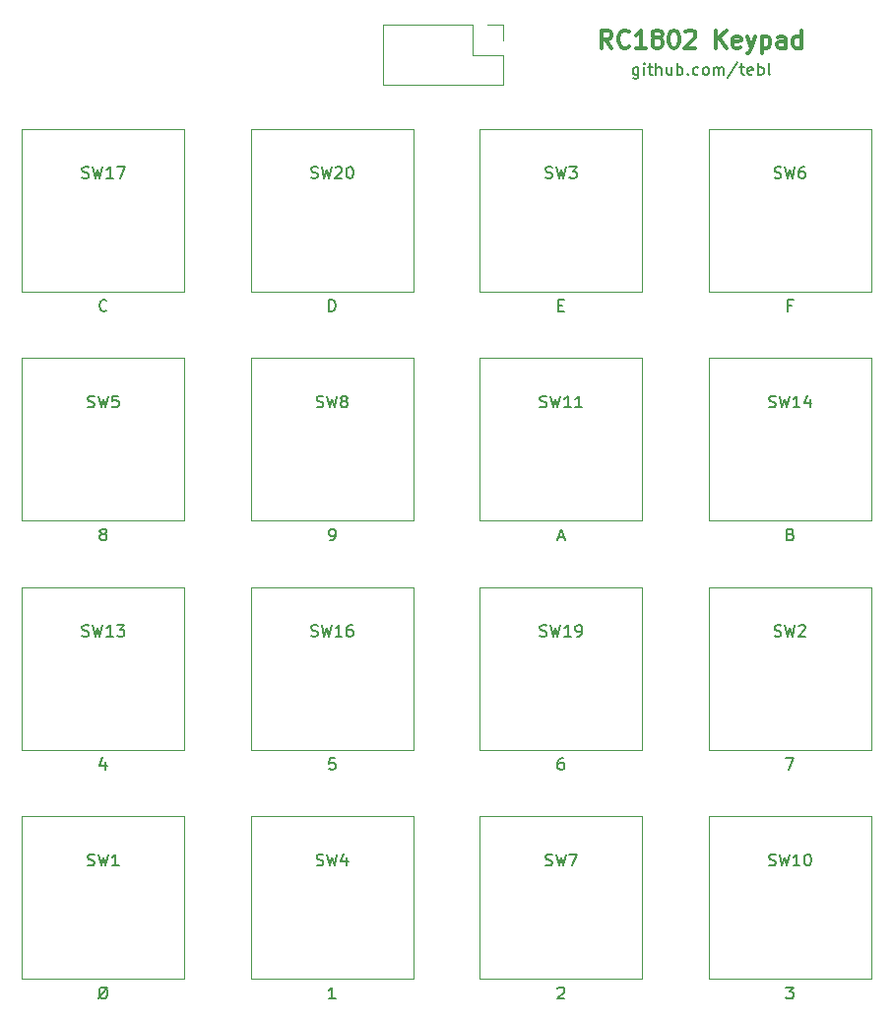
<source format=gto>
G04 #@! TF.FileFunction,Legend,Top*
%FSLAX46Y46*%
G04 Gerber Fmt 4.6, Leading zero omitted, Abs format (unit mm)*
G04 Created by KiCad (PCBNEW 4.0.7) date 08/25/19 17:49:11*
%MOMM*%
%LPD*%
G01*
G04 APERTURE LIST*
%ADD10C,0.100000*%
%ADD11C,0.150000*%
%ADD12C,0.300000*%
%ADD13C,0.120000*%
G04 APERTURE END LIST*
D10*
D11*
X137470238Y-60110714D02*
X137470238Y-60920238D01*
X137422619Y-61015476D01*
X137375000Y-61063095D01*
X137279761Y-61110714D01*
X137136904Y-61110714D01*
X137041666Y-61063095D01*
X137470238Y-60729762D02*
X137375000Y-60777381D01*
X137184523Y-60777381D01*
X137089285Y-60729762D01*
X137041666Y-60682143D01*
X136994047Y-60586905D01*
X136994047Y-60301190D01*
X137041666Y-60205952D01*
X137089285Y-60158333D01*
X137184523Y-60110714D01*
X137375000Y-60110714D01*
X137470238Y-60158333D01*
X137946428Y-60777381D02*
X137946428Y-60110714D01*
X137946428Y-59777381D02*
X137898809Y-59825000D01*
X137946428Y-59872619D01*
X137994047Y-59825000D01*
X137946428Y-59777381D01*
X137946428Y-59872619D01*
X138279761Y-60110714D02*
X138660713Y-60110714D01*
X138422618Y-59777381D02*
X138422618Y-60634524D01*
X138470237Y-60729762D01*
X138565475Y-60777381D01*
X138660713Y-60777381D01*
X138994047Y-60777381D02*
X138994047Y-59777381D01*
X139422619Y-60777381D02*
X139422619Y-60253571D01*
X139375000Y-60158333D01*
X139279762Y-60110714D01*
X139136904Y-60110714D01*
X139041666Y-60158333D01*
X138994047Y-60205952D01*
X140327381Y-60110714D02*
X140327381Y-60777381D01*
X139898809Y-60110714D02*
X139898809Y-60634524D01*
X139946428Y-60729762D01*
X140041666Y-60777381D01*
X140184524Y-60777381D01*
X140279762Y-60729762D01*
X140327381Y-60682143D01*
X140803571Y-60777381D02*
X140803571Y-59777381D01*
X140803571Y-60158333D02*
X140898809Y-60110714D01*
X141089286Y-60110714D01*
X141184524Y-60158333D01*
X141232143Y-60205952D01*
X141279762Y-60301190D01*
X141279762Y-60586905D01*
X141232143Y-60682143D01*
X141184524Y-60729762D01*
X141089286Y-60777381D01*
X140898809Y-60777381D01*
X140803571Y-60729762D01*
X141708333Y-60682143D02*
X141755952Y-60729762D01*
X141708333Y-60777381D01*
X141660714Y-60729762D01*
X141708333Y-60682143D01*
X141708333Y-60777381D01*
X142613095Y-60729762D02*
X142517857Y-60777381D01*
X142327380Y-60777381D01*
X142232142Y-60729762D01*
X142184523Y-60682143D01*
X142136904Y-60586905D01*
X142136904Y-60301190D01*
X142184523Y-60205952D01*
X142232142Y-60158333D01*
X142327380Y-60110714D01*
X142517857Y-60110714D01*
X142613095Y-60158333D01*
X143184523Y-60777381D02*
X143089285Y-60729762D01*
X143041666Y-60682143D01*
X142994047Y-60586905D01*
X142994047Y-60301190D01*
X143041666Y-60205952D01*
X143089285Y-60158333D01*
X143184523Y-60110714D01*
X143327381Y-60110714D01*
X143422619Y-60158333D01*
X143470238Y-60205952D01*
X143517857Y-60301190D01*
X143517857Y-60586905D01*
X143470238Y-60682143D01*
X143422619Y-60729762D01*
X143327381Y-60777381D01*
X143184523Y-60777381D01*
X143946428Y-60777381D02*
X143946428Y-60110714D01*
X143946428Y-60205952D02*
X143994047Y-60158333D01*
X144089285Y-60110714D01*
X144232143Y-60110714D01*
X144327381Y-60158333D01*
X144375000Y-60253571D01*
X144375000Y-60777381D01*
X144375000Y-60253571D02*
X144422619Y-60158333D01*
X144517857Y-60110714D01*
X144660714Y-60110714D01*
X144755952Y-60158333D01*
X144803571Y-60253571D01*
X144803571Y-60777381D01*
X145994047Y-59729762D02*
X145136904Y-61015476D01*
X146184523Y-60110714D02*
X146565475Y-60110714D01*
X146327380Y-59777381D02*
X146327380Y-60634524D01*
X146374999Y-60729762D01*
X146470237Y-60777381D01*
X146565475Y-60777381D01*
X147279762Y-60729762D02*
X147184524Y-60777381D01*
X146994047Y-60777381D01*
X146898809Y-60729762D01*
X146851190Y-60634524D01*
X146851190Y-60253571D01*
X146898809Y-60158333D01*
X146994047Y-60110714D01*
X147184524Y-60110714D01*
X147279762Y-60158333D01*
X147327381Y-60253571D01*
X147327381Y-60348810D01*
X146851190Y-60444048D01*
X147755952Y-60777381D02*
X147755952Y-59777381D01*
X147755952Y-60158333D02*
X147851190Y-60110714D01*
X148041667Y-60110714D01*
X148136905Y-60158333D01*
X148184524Y-60205952D01*
X148232143Y-60301190D01*
X148232143Y-60586905D01*
X148184524Y-60682143D01*
X148136905Y-60729762D01*
X148041667Y-60777381D01*
X147851190Y-60777381D01*
X147755952Y-60729762D01*
X148803571Y-60777381D02*
X148708333Y-60729762D01*
X148660714Y-60634524D01*
X148660714Y-59777381D01*
D12*
X135160716Y-58463571D02*
X134660716Y-57749286D01*
X134303573Y-58463571D02*
X134303573Y-56963571D01*
X134875001Y-56963571D01*
X135017859Y-57035000D01*
X135089287Y-57106429D01*
X135160716Y-57249286D01*
X135160716Y-57463571D01*
X135089287Y-57606429D01*
X135017859Y-57677857D01*
X134875001Y-57749286D01*
X134303573Y-57749286D01*
X136660716Y-58320714D02*
X136589287Y-58392143D01*
X136375001Y-58463571D01*
X136232144Y-58463571D01*
X136017859Y-58392143D01*
X135875001Y-58249286D01*
X135803573Y-58106429D01*
X135732144Y-57820714D01*
X135732144Y-57606429D01*
X135803573Y-57320714D01*
X135875001Y-57177857D01*
X136017859Y-57035000D01*
X136232144Y-56963571D01*
X136375001Y-56963571D01*
X136589287Y-57035000D01*
X136660716Y-57106429D01*
X138089287Y-58463571D02*
X137232144Y-58463571D01*
X137660716Y-58463571D02*
X137660716Y-56963571D01*
X137517859Y-57177857D01*
X137375001Y-57320714D01*
X137232144Y-57392143D01*
X138946430Y-57606429D02*
X138803572Y-57535000D01*
X138732144Y-57463571D01*
X138660715Y-57320714D01*
X138660715Y-57249286D01*
X138732144Y-57106429D01*
X138803572Y-57035000D01*
X138946430Y-56963571D01*
X139232144Y-56963571D01*
X139375001Y-57035000D01*
X139446430Y-57106429D01*
X139517858Y-57249286D01*
X139517858Y-57320714D01*
X139446430Y-57463571D01*
X139375001Y-57535000D01*
X139232144Y-57606429D01*
X138946430Y-57606429D01*
X138803572Y-57677857D01*
X138732144Y-57749286D01*
X138660715Y-57892143D01*
X138660715Y-58177857D01*
X138732144Y-58320714D01*
X138803572Y-58392143D01*
X138946430Y-58463571D01*
X139232144Y-58463571D01*
X139375001Y-58392143D01*
X139446430Y-58320714D01*
X139517858Y-58177857D01*
X139517858Y-57892143D01*
X139446430Y-57749286D01*
X139375001Y-57677857D01*
X139232144Y-57606429D01*
X140446429Y-56963571D02*
X140589286Y-56963571D01*
X140732143Y-57035000D01*
X140803572Y-57106429D01*
X140875001Y-57249286D01*
X140946429Y-57535000D01*
X140946429Y-57892143D01*
X140875001Y-58177857D01*
X140803572Y-58320714D01*
X140732143Y-58392143D01*
X140589286Y-58463571D01*
X140446429Y-58463571D01*
X140303572Y-58392143D01*
X140232143Y-58320714D01*
X140160715Y-58177857D01*
X140089286Y-57892143D01*
X140089286Y-57535000D01*
X140160715Y-57249286D01*
X140232143Y-57106429D01*
X140303572Y-57035000D01*
X140446429Y-56963571D01*
X141517857Y-57106429D02*
X141589286Y-57035000D01*
X141732143Y-56963571D01*
X142089286Y-56963571D01*
X142232143Y-57035000D01*
X142303572Y-57106429D01*
X142375000Y-57249286D01*
X142375000Y-57392143D01*
X142303572Y-57606429D01*
X141446429Y-58463571D01*
X142375000Y-58463571D01*
X144160714Y-58463571D02*
X144160714Y-56963571D01*
X145017857Y-58463571D02*
X144375000Y-57606429D01*
X145017857Y-56963571D02*
X144160714Y-57820714D01*
X146232142Y-58392143D02*
X146089285Y-58463571D01*
X145803571Y-58463571D01*
X145660714Y-58392143D01*
X145589285Y-58249286D01*
X145589285Y-57677857D01*
X145660714Y-57535000D01*
X145803571Y-57463571D01*
X146089285Y-57463571D01*
X146232142Y-57535000D01*
X146303571Y-57677857D01*
X146303571Y-57820714D01*
X145589285Y-57963571D01*
X146803571Y-57463571D02*
X147160714Y-58463571D01*
X147517856Y-57463571D02*
X147160714Y-58463571D01*
X147017856Y-58820714D01*
X146946428Y-58892143D01*
X146803571Y-58963571D01*
X148089285Y-57463571D02*
X148089285Y-58963571D01*
X148089285Y-57535000D02*
X148232142Y-57463571D01*
X148517856Y-57463571D01*
X148660713Y-57535000D01*
X148732142Y-57606429D01*
X148803571Y-57749286D01*
X148803571Y-58177857D01*
X148732142Y-58320714D01*
X148660713Y-58392143D01*
X148517856Y-58463571D01*
X148232142Y-58463571D01*
X148089285Y-58392143D01*
X150089285Y-58463571D02*
X150089285Y-57677857D01*
X150017856Y-57535000D01*
X149874999Y-57463571D01*
X149589285Y-57463571D01*
X149446428Y-57535000D01*
X150089285Y-58392143D02*
X149946428Y-58463571D01*
X149589285Y-58463571D01*
X149446428Y-58392143D01*
X149374999Y-58249286D01*
X149374999Y-58106429D01*
X149446428Y-57963571D01*
X149589285Y-57892143D01*
X149946428Y-57892143D01*
X150089285Y-57820714D01*
X151446428Y-58463571D02*
X151446428Y-56963571D01*
X151446428Y-58392143D02*
X151303571Y-58463571D01*
X151017857Y-58463571D01*
X150874999Y-58392143D01*
X150803571Y-58320714D01*
X150732142Y-58177857D01*
X150732142Y-57749286D01*
X150803571Y-57606429D01*
X150874999Y-57535000D01*
X151017857Y-57463571D01*
X151303571Y-57463571D01*
X151446428Y-57535000D01*
D13*
X84455000Y-124460000D02*
X98425000Y-124460000D01*
X98425000Y-124460000D02*
X98425000Y-138430000D01*
X98425000Y-138430000D02*
X84455000Y-138430000D01*
X84455000Y-138430000D02*
X84455000Y-124460000D01*
X143510000Y-104775000D02*
X157480000Y-104775000D01*
X157480000Y-104775000D02*
X157480000Y-118745000D01*
X157480000Y-118745000D02*
X143510000Y-118745000D01*
X143510000Y-118745000D02*
X143510000Y-104775000D01*
X123825000Y-65405000D02*
X137795000Y-65405000D01*
X137795000Y-65405000D02*
X137795000Y-79375000D01*
X137795000Y-79375000D02*
X123825000Y-79375000D01*
X123825000Y-79375000D02*
X123825000Y-65405000D01*
X104140000Y-124460000D02*
X118110000Y-124460000D01*
X118110000Y-124460000D02*
X118110000Y-138430000D01*
X118110000Y-138430000D02*
X104140000Y-138430000D01*
X104140000Y-138430000D02*
X104140000Y-124460000D01*
X84455000Y-85090000D02*
X98425000Y-85090000D01*
X98425000Y-85090000D02*
X98425000Y-99060000D01*
X98425000Y-99060000D02*
X84455000Y-99060000D01*
X84455000Y-99060000D02*
X84455000Y-85090000D01*
X143510000Y-65405000D02*
X157480000Y-65405000D01*
X157480000Y-65405000D02*
X157480000Y-79375000D01*
X157480000Y-79375000D02*
X143510000Y-79375000D01*
X143510000Y-79375000D02*
X143510000Y-65405000D01*
X123825000Y-124460000D02*
X137795000Y-124460000D01*
X137795000Y-124460000D02*
X137795000Y-138430000D01*
X137795000Y-138430000D02*
X123825000Y-138430000D01*
X123825000Y-138430000D02*
X123825000Y-124460000D01*
X104140000Y-85090000D02*
X118110000Y-85090000D01*
X118110000Y-85090000D02*
X118110000Y-99060000D01*
X118110000Y-99060000D02*
X104140000Y-99060000D01*
X104140000Y-99060000D02*
X104140000Y-85090000D01*
X143510000Y-124460000D02*
X157480000Y-124460000D01*
X157480000Y-124460000D02*
X157480000Y-138430000D01*
X157480000Y-138430000D02*
X143510000Y-138430000D01*
X143510000Y-138430000D02*
X143510000Y-124460000D01*
X123825000Y-85090000D02*
X137795000Y-85090000D01*
X137795000Y-85090000D02*
X137795000Y-99060000D01*
X137795000Y-99060000D02*
X123825000Y-99060000D01*
X123825000Y-99060000D02*
X123825000Y-85090000D01*
X84455000Y-104775000D02*
X98425000Y-104775000D01*
X98425000Y-104775000D02*
X98425000Y-118745000D01*
X98425000Y-118745000D02*
X84455000Y-118745000D01*
X84455000Y-118745000D02*
X84455000Y-104775000D01*
X143510000Y-85090000D02*
X157480000Y-85090000D01*
X157480000Y-85090000D02*
X157480000Y-99060000D01*
X157480000Y-99060000D02*
X143510000Y-99060000D01*
X143510000Y-99060000D02*
X143510000Y-85090000D01*
X104140000Y-104775000D02*
X118110000Y-104775000D01*
X118110000Y-104775000D02*
X118110000Y-118745000D01*
X118110000Y-118745000D02*
X104140000Y-118745000D01*
X104140000Y-118745000D02*
X104140000Y-104775000D01*
X84455000Y-65405000D02*
X98425000Y-65405000D01*
X98425000Y-65405000D02*
X98425000Y-79375000D01*
X98425000Y-79375000D02*
X84455000Y-79375000D01*
X84455000Y-79375000D02*
X84455000Y-65405000D01*
X123825000Y-104775000D02*
X137795000Y-104775000D01*
X137795000Y-104775000D02*
X137795000Y-118745000D01*
X137795000Y-118745000D02*
X123825000Y-118745000D01*
X123825000Y-118745000D02*
X123825000Y-104775000D01*
X104140000Y-65405000D02*
X118110000Y-65405000D01*
X118110000Y-65405000D02*
X118110000Y-79375000D01*
X118110000Y-79375000D02*
X104140000Y-79375000D01*
X104140000Y-79375000D02*
X104140000Y-65405000D01*
X115510000Y-56455000D02*
X115510000Y-61655000D01*
X123190000Y-56455000D02*
X115510000Y-56455000D01*
X125790000Y-61655000D02*
X115510000Y-61655000D01*
X123190000Y-56455000D02*
X123190000Y-59055000D01*
X123190000Y-59055000D02*
X125790000Y-59055000D01*
X125790000Y-59055000D02*
X125790000Y-61655000D01*
X124460000Y-56455000D02*
X125790000Y-56455000D01*
X125790000Y-56455000D02*
X125790000Y-57785000D01*
D11*
X90106667Y-128674762D02*
X90249524Y-128722381D01*
X90487620Y-128722381D01*
X90582858Y-128674762D01*
X90630477Y-128627143D01*
X90678096Y-128531905D01*
X90678096Y-128436667D01*
X90630477Y-128341429D01*
X90582858Y-128293810D01*
X90487620Y-128246190D01*
X90297143Y-128198571D01*
X90201905Y-128150952D01*
X90154286Y-128103333D01*
X90106667Y-128008095D01*
X90106667Y-127912857D01*
X90154286Y-127817619D01*
X90201905Y-127770000D01*
X90297143Y-127722381D01*
X90535239Y-127722381D01*
X90678096Y-127770000D01*
X91011429Y-127722381D02*
X91249524Y-128722381D01*
X91440001Y-128008095D01*
X91630477Y-128722381D01*
X91868572Y-127722381D01*
X92773334Y-128722381D02*
X92201905Y-128722381D01*
X92487619Y-128722381D02*
X92487619Y-127722381D01*
X92392381Y-127865238D01*
X92297143Y-127960476D01*
X92201905Y-128008095D01*
X91820953Y-139152381D02*
X91059048Y-140152381D01*
X91344762Y-140152381D02*
X91249524Y-140104762D01*
X91154286Y-140009524D01*
X91106667Y-139819048D01*
X91106667Y-139485714D01*
X91154286Y-139295238D01*
X91249524Y-139200000D01*
X91344762Y-139152381D01*
X91535239Y-139152381D01*
X91630477Y-139200000D01*
X91725715Y-139295238D01*
X91773334Y-139485714D01*
X91773334Y-139819048D01*
X91725715Y-140009524D01*
X91630477Y-140104762D01*
X91535239Y-140152381D01*
X91344762Y-140152381D01*
X149161667Y-108989762D02*
X149304524Y-109037381D01*
X149542620Y-109037381D01*
X149637858Y-108989762D01*
X149685477Y-108942143D01*
X149733096Y-108846905D01*
X149733096Y-108751667D01*
X149685477Y-108656429D01*
X149637858Y-108608810D01*
X149542620Y-108561190D01*
X149352143Y-108513571D01*
X149256905Y-108465952D01*
X149209286Y-108418333D01*
X149161667Y-108323095D01*
X149161667Y-108227857D01*
X149209286Y-108132619D01*
X149256905Y-108085000D01*
X149352143Y-108037381D01*
X149590239Y-108037381D01*
X149733096Y-108085000D01*
X150066429Y-108037381D02*
X150304524Y-109037381D01*
X150495001Y-108323095D01*
X150685477Y-109037381D01*
X150923572Y-108037381D01*
X151256905Y-108132619D02*
X151304524Y-108085000D01*
X151399762Y-108037381D01*
X151637858Y-108037381D01*
X151733096Y-108085000D01*
X151780715Y-108132619D01*
X151828334Y-108227857D01*
X151828334Y-108323095D01*
X151780715Y-108465952D01*
X151209286Y-109037381D01*
X151828334Y-109037381D01*
X150161667Y-119467381D02*
X150828334Y-119467381D01*
X150399762Y-120467381D01*
X129476667Y-69619762D02*
X129619524Y-69667381D01*
X129857620Y-69667381D01*
X129952858Y-69619762D01*
X130000477Y-69572143D01*
X130048096Y-69476905D01*
X130048096Y-69381667D01*
X130000477Y-69286429D01*
X129952858Y-69238810D01*
X129857620Y-69191190D01*
X129667143Y-69143571D01*
X129571905Y-69095952D01*
X129524286Y-69048333D01*
X129476667Y-68953095D01*
X129476667Y-68857857D01*
X129524286Y-68762619D01*
X129571905Y-68715000D01*
X129667143Y-68667381D01*
X129905239Y-68667381D01*
X130048096Y-68715000D01*
X130381429Y-68667381D02*
X130619524Y-69667381D01*
X130810001Y-68953095D01*
X131000477Y-69667381D01*
X131238572Y-68667381D01*
X131524286Y-68667381D02*
X132143334Y-68667381D01*
X131810000Y-69048333D01*
X131952858Y-69048333D01*
X132048096Y-69095952D01*
X132095715Y-69143571D01*
X132143334Y-69238810D01*
X132143334Y-69476905D01*
X132095715Y-69572143D01*
X132048096Y-69619762D01*
X131952858Y-69667381D01*
X131667143Y-69667381D01*
X131571905Y-69619762D01*
X131524286Y-69572143D01*
X130595714Y-80573571D02*
X130929048Y-80573571D01*
X131071905Y-81097381D02*
X130595714Y-81097381D01*
X130595714Y-80097381D01*
X131071905Y-80097381D01*
X109791667Y-128674762D02*
X109934524Y-128722381D01*
X110172620Y-128722381D01*
X110267858Y-128674762D01*
X110315477Y-128627143D01*
X110363096Y-128531905D01*
X110363096Y-128436667D01*
X110315477Y-128341429D01*
X110267858Y-128293810D01*
X110172620Y-128246190D01*
X109982143Y-128198571D01*
X109886905Y-128150952D01*
X109839286Y-128103333D01*
X109791667Y-128008095D01*
X109791667Y-127912857D01*
X109839286Y-127817619D01*
X109886905Y-127770000D01*
X109982143Y-127722381D01*
X110220239Y-127722381D01*
X110363096Y-127770000D01*
X110696429Y-127722381D02*
X110934524Y-128722381D01*
X111125001Y-128008095D01*
X111315477Y-128722381D01*
X111553572Y-127722381D01*
X112363096Y-128055714D02*
X112363096Y-128722381D01*
X112125000Y-127674762D02*
X111886905Y-128389048D01*
X112505953Y-128389048D01*
X111410715Y-140152381D02*
X110839286Y-140152381D01*
X111125000Y-140152381D02*
X111125000Y-139152381D01*
X111029762Y-139295238D01*
X110934524Y-139390476D01*
X110839286Y-139438095D01*
X90106667Y-89304762D02*
X90249524Y-89352381D01*
X90487620Y-89352381D01*
X90582858Y-89304762D01*
X90630477Y-89257143D01*
X90678096Y-89161905D01*
X90678096Y-89066667D01*
X90630477Y-88971429D01*
X90582858Y-88923810D01*
X90487620Y-88876190D01*
X90297143Y-88828571D01*
X90201905Y-88780952D01*
X90154286Y-88733333D01*
X90106667Y-88638095D01*
X90106667Y-88542857D01*
X90154286Y-88447619D01*
X90201905Y-88400000D01*
X90297143Y-88352381D01*
X90535239Y-88352381D01*
X90678096Y-88400000D01*
X91011429Y-88352381D02*
X91249524Y-89352381D01*
X91440001Y-88638095D01*
X91630477Y-89352381D01*
X91868572Y-88352381D01*
X92725715Y-88352381D02*
X92249524Y-88352381D01*
X92201905Y-88828571D01*
X92249524Y-88780952D01*
X92344762Y-88733333D01*
X92582858Y-88733333D01*
X92678096Y-88780952D01*
X92725715Y-88828571D01*
X92773334Y-88923810D01*
X92773334Y-89161905D01*
X92725715Y-89257143D01*
X92678096Y-89304762D01*
X92582858Y-89352381D01*
X92344762Y-89352381D01*
X92249524Y-89304762D01*
X92201905Y-89257143D01*
X91344762Y-100210952D02*
X91249524Y-100163333D01*
X91201905Y-100115714D01*
X91154286Y-100020476D01*
X91154286Y-99972857D01*
X91201905Y-99877619D01*
X91249524Y-99830000D01*
X91344762Y-99782381D01*
X91535239Y-99782381D01*
X91630477Y-99830000D01*
X91678096Y-99877619D01*
X91725715Y-99972857D01*
X91725715Y-100020476D01*
X91678096Y-100115714D01*
X91630477Y-100163333D01*
X91535239Y-100210952D01*
X91344762Y-100210952D01*
X91249524Y-100258571D01*
X91201905Y-100306190D01*
X91154286Y-100401429D01*
X91154286Y-100591905D01*
X91201905Y-100687143D01*
X91249524Y-100734762D01*
X91344762Y-100782381D01*
X91535239Y-100782381D01*
X91630477Y-100734762D01*
X91678096Y-100687143D01*
X91725715Y-100591905D01*
X91725715Y-100401429D01*
X91678096Y-100306190D01*
X91630477Y-100258571D01*
X91535239Y-100210952D01*
X149161667Y-69619762D02*
X149304524Y-69667381D01*
X149542620Y-69667381D01*
X149637858Y-69619762D01*
X149685477Y-69572143D01*
X149733096Y-69476905D01*
X149733096Y-69381667D01*
X149685477Y-69286429D01*
X149637858Y-69238810D01*
X149542620Y-69191190D01*
X149352143Y-69143571D01*
X149256905Y-69095952D01*
X149209286Y-69048333D01*
X149161667Y-68953095D01*
X149161667Y-68857857D01*
X149209286Y-68762619D01*
X149256905Y-68715000D01*
X149352143Y-68667381D01*
X149590239Y-68667381D01*
X149733096Y-68715000D01*
X150066429Y-68667381D02*
X150304524Y-69667381D01*
X150495001Y-68953095D01*
X150685477Y-69667381D01*
X150923572Y-68667381D01*
X151733096Y-68667381D02*
X151542619Y-68667381D01*
X151447381Y-68715000D01*
X151399762Y-68762619D01*
X151304524Y-68905476D01*
X151256905Y-69095952D01*
X151256905Y-69476905D01*
X151304524Y-69572143D01*
X151352143Y-69619762D01*
X151447381Y-69667381D01*
X151637858Y-69667381D01*
X151733096Y-69619762D01*
X151780715Y-69572143D01*
X151828334Y-69476905D01*
X151828334Y-69238810D01*
X151780715Y-69143571D01*
X151733096Y-69095952D01*
X151637858Y-69048333D01*
X151447381Y-69048333D01*
X151352143Y-69095952D01*
X151304524Y-69143571D01*
X151256905Y-69238810D01*
X150637858Y-80573571D02*
X150304524Y-80573571D01*
X150304524Y-81097381D02*
X150304524Y-80097381D01*
X150780715Y-80097381D01*
X129476667Y-128674762D02*
X129619524Y-128722381D01*
X129857620Y-128722381D01*
X129952858Y-128674762D01*
X130000477Y-128627143D01*
X130048096Y-128531905D01*
X130048096Y-128436667D01*
X130000477Y-128341429D01*
X129952858Y-128293810D01*
X129857620Y-128246190D01*
X129667143Y-128198571D01*
X129571905Y-128150952D01*
X129524286Y-128103333D01*
X129476667Y-128008095D01*
X129476667Y-127912857D01*
X129524286Y-127817619D01*
X129571905Y-127770000D01*
X129667143Y-127722381D01*
X129905239Y-127722381D01*
X130048096Y-127770000D01*
X130381429Y-127722381D02*
X130619524Y-128722381D01*
X130810001Y-128008095D01*
X131000477Y-128722381D01*
X131238572Y-127722381D01*
X131524286Y-127722381D02*
X132190953Y-127722381D01*
X131762381Y-128722381D01*
X130524286Y-139247619D02*
X130571905Y-139200000D01*
X130667143Y-139152381D01*
X130905239Y-139152381D01*
X131000477Y-139200000D01*
X131048096Y-139247619D01*
X131095715Y-139342857D01*
X131095715Y-139438095D01*
X131048096Y-139580952D01*
X130476667Y-140152381D01*
X131095715Y-140152381D01*
X109791667Y-89304762D02*
X109934524Y-89352381D01*
X110172620Y-89352381D01*
X110267858Y-89304762D01*
X110315477Y-89257143D01*
X110363096Y-89161905D01*
X110363096Y-89066667D01*
X110315477Y-88971429D01*
X110267858Y-88923810D01*
X110172620Y-88876190D01*
X109982143Y-88828571D01*
X109886905Y-88780952D01*
X109839286Y-88733333D01*
X109791667Y-88638095D01*
X109791667Y-88542857D01*
X109839286Y-88447619D01*
X109886905Y-88400000D01*
X109982143Y-88352381D01*
X110220239Y-88352381D01*
X110363096Y-88400000D01*
X110696429Y-88352381D02*
X110934524Y-89352381D01*
X111125001Y-88638095D01*
X111315477Y-89352381D01*
X111553572Y-88352381D01*
X112077381Y-88780952D02*
X111982143Y-88733333D01*
X111934524Y-88685714D01*
X111886905Y-88590476D01*
X111886905Y-88542857D01*
X111934524Y-88447619D01*
X111982143Y-88400000D01*
X112077381Y-88352381D01*
X112267858Y-88352381D01*
X112363096Y-88400000D01*
X112410715Y-88447619D01*
X112458334Y-88542857D01*
X112458334Y-88590476D01*
X112410715Y-88685714D01*
X112363096Y-88733333D01*
X112267858Y-88780952D01*
X112077381Y-88780952D01*
X111982143Y-88828571D01*
X111934524Y-88876190D01*
X111886905Y-88971429D01*
X111886905Y-89161905D01*
X111934524Y-89257143D01*
X111982143Y-89304762D01*
X112077381Y-89352381D01*
X112267858Y-89352381D01*
X112363096Y-89304762D01*
X112410715Y-89257143D01*
X112458334Y-89161905D01*
X112458334Y-88971429D01*
X112410715Y-88876190D01*
X112363096Y-88828571D01*
X112267858Y-88780952D01*
X110934524Y-100782381D02*
X111125000Y-100782381D01*
X111220239Y-100734762D01*
X111267858Y-100687143D01*
X111363096Y-100544286D01*
X111410715Y-100353810D01*
X111410715Y-99972857D01*
X111363096Y-99877619D01*
X111315477Y-99830000D01*
X111220239Y-99782381D01*
X111029762Y-99782381D01*
X110934524Y-99830000D01*
X110886905Y-99877619D01*
X110839286Y-99972857D01*
X110839286Y-100210952D01*
X110886905Y-100306190D01*
X110934524Y-100353810D01*
X111029762Y-100401429D01*
X111220239Y-100401429D01*
X111315477Y-100353810D01*
X111363096Y-100306190D01*
X111410715Y-100210952D01*
X148685476Y-128674762D02*
X148828333Y-128722381D01*
X149066429Y-128722381D01*
X149161667Y-128674762D01*
X149209286Y-128627143D01*
X149256905Y-128531905D01*
X149256905Y-128436667D01*
X149209286Y-128341429D01*
X149161667Y-128293810D01*
X149066429Y-128246190D01*
X148875952Y-128198571D01*
X148780714Y-128150952D01*
X148733095Y-128103333D01*
X148685476Y-128008095D01*
X148685476Y-127912857D01*
X148733095Y-127817619D01*
X148780714Y-127770000D01*
X148875952Y-127722381D01*
X149114048Y-127722381D01*
X149256905Y-127770000D01*
X149590238Y-127722381D02*
X149828333Y-128722381D01*
X150018810Y-128008095D01*
X150209286Y-128722381D01*
X150447381Y-127722381D01*
X151352143Y-128722381D02*
X150780714Y-128722381D01*
X151066428Y-128722381D02*
X151066428Y-127722381D01*
X150971190Y-127865238D01*
X150875952Y-127960476D01*
X150780714Y-128008095D01*
X151971190Y-127722381D02*
X152066429Y-127722381D01*
X152161667Y-127770000D01*
X152209286Y-127817619D01*
X152256905Y-127912857D01*
X152304524Y-128103333D01*
X152304524Y-128341429D01*
X152256905Y-128531905D01*
X152209286Y-128627143D01*
X152161667Y-128674762D01*
X152066429Y-128722381D01*
X151971190Y-128722381D01*
X151875952Y-128674762D01*
X151828333Y-128627143D01*
X151780714Y-128531905D01*
X151733095Y-128341429D01*
X151733095Y-128103333D01*
X151780714Y-127912857D01*
X151828333Y-127817619D01*
X151875952Y-127770000D01*
X151971190Y-127722381D01*
X150161667Y-139152381D02*
X150780715Y-139152381D01*
X150447381Y-139533333D01*
X150590239Y-139533333D01*
X150685477Y-139580952D01*
X150733096Y-139628571D01*
X150780715Y-139723810D01*
X150780715Y-139961905D01*
X150733096Y-140057143D01*
X150685477Y-140104762D01*
X150590239Y-140152381D01*
X150304524Y-140152381D01*
X150209286Y-140104762D01*
X150161667Y-140057143D01*
X129000476Y-89304762D02*
X129143333Y-89352381D01*
X129381429Y-89352381D01*
X129476667Y-89304762D01*
X129524286Y-89257143D01*
X129571905Y-89161905D01*
X129571905Y-89066667D01*
X129524286Y-88971429D01*
X129476667Y-88923810D01*
X129381429Y-88876190D01*
X129190952Y-88828571D01*
X129095714Y-88780952D01*
X129048095Y-88733333D01*
X129000476Y-88638095D01*
X129000476Y-88542857D01*
X129048095Y-88447619D01*
X129095714Y-88400000D01*
X129190952Y-88352381D01*
X129429048Y-88352381D01*
X129571905Y-88400000D01*
X129905238Y-88352381D02*
X130143333Y-89352381D01*
X130333810Y-88638095D01*
X130524286Y-89352381D01*
X130762381Y-88352381D01*
X131667143Y-89352381D02*
X131095714Y-89352381D01*
X131381428Y-89352381D02*
X131381428Y-88352381D01*
X131286190Y-88495238D01*
X131190952Y-88590476D01*
X131095714Y-88638095D01*
X132619524Y-89352381D02*
X132048095Y-89352381D01*
X132333809Y-89352381D02*
X132333809Y-88352381D01*
X132238571Y-88495238D01*
X132143333Y-88590476D01*
X132048095Y-88638095D01*
X130571905Y-100496667D02*
X131048096Y-100496667D01*
X130476667Y-100782381D02*
X130810000Y-99782381D01*
X131143334Y-100782381D01*
X89630476Y-108989762D02*
X89773333Y-109037381D01*
X90011429Y-109037381D01*
X90106667Y-108989762D01*
X90154286Y-108942143D01*
X90201905Y-108846905D01*
X90201905Y-108751667D01*
X90154286Y-108656429D01*
X90106667Y-108608810D01*
X90011429Y-108561190D01*
X89820952Y-108513571D01*
X89725714Y-108465952D01*
X89678095Y-108418333D01*
X89630476Y-108323095D01*
X89630476Y-108227857D01*
X89678095Y-108132619D01*
X89725714Y-108085000D01*
X89820952Y-108037381D01*
X90059048Y-108037381D01*
X90201905Y-108085000D01*
X90535238Y-108037381D02*
X90773333Y-109037381D01*
X90963810Y-108323095D01*
X91154286Y-109037381D01*
X91392381Y-108037381D01*
X92297143Y-109037381D02*
X91725714Y-109037381D01*
X92011428Y-109037381D02*
X92011428Y-108037381D01*
X91916190Y-108180238D01*
X91820952Y-108275476D01*
X91725714Y-108323095D01*
X92630476Y-108037381D02*
X93249524Y-108037381D01*
X92916190Y-108418333D01*
X93059048Y-108418333D01*
X93154286Y-108465952D01*
X93201905Y-108513571D01*
X93249524Y-108608810D01*
X93249524Y-108846905D01*
X93201905Y-108942143D01*
X93154286Y-108989762D01*
X93059048Y-109037381D01*
X92773333Y-109037381D01*
X92678095Y-108989762D01*
X92630476Y-108942143D01*
X91630477Y-119800714D02*
X91630477Y-120467381D01*
X91392381Y-119419762D02*
X91154286Y-120134048D01*
X91773334Y-120134048D01*
X148685476Y-89304762D02*
X148828333Y-89352381D01*
X149066429Y-89352381D01*
X149161667Y-89304762D01*
X149209286Y-89257143D01*
X149256905Y-89161905D01*
X149256905Y-89066667D01*
X149209286Y-88971429D01*
X149161667Y-88923810D01*
X149066429Y-88876190D01*
X148875952Y-88828571D01*
X148780714Y-88780952D01*
X148733095Y-88733333D01*
X148685476Y-88638095D01*
X148685476Y-88542857D01*
X148733095Y-88447619D01*
X148780714Y-88400000D01*
X148875952Y-88352381D01*
X149114048Y-88352381D01*
X149256905Y-88400000D01*
X149590238Y-88352381D02*
X149828333Y-89352381D01*
X150018810Y-88638095D01*
X150209286Y-89352381D01*
X150447381Y-88352381D01*
X151352143Y-89352381D02*
X150780714Y-89352381D01*
X151066428Y-89352381D02*
X151066428Y-88352381D01*
X150971190Y-88495238D01*
X150875952Y-88590476D01*
X150780714Y-88638095D01*
X152209286Y-88685714D02*
X152209286Y-89352381D01*
X151971190Y-88304762D02*
X151733095Y-89019048D01*
X152352143Y-89019048D01*
X150566429Y-100258571D02*
X150709286Y-100306190D01*
X150756905Y-100353810D01*
X150804524Y-100449048D01*
X150804524Y-100591905D01*
X150756905Y-100687143D01*
X150709286Y-100734762D01*
X150614048Y-100782381D01*
X150233095Y-100782381D01*
X150233095Y-99782381D01*
X150566429Y-99782381D01*
X150661667Y-99830000D01*
X150709286Y-99877619D01*
X150756905Y-99972857D01*
X150756905Y-100068095D01*
X150709286Y-100163333D01*
X150661667Y-100210952D01*
X150566429Y-100258571D01*
X150233095Y-100258571D01*
X109315476Y-108989762D02*
X109458333Y-109037381D01*
X109696429Y-109037381D01*
X109791667Y-108989762D01*
X109839286Y-108942143D01*
X109886905Y-108846905D01*
X109886905Y-108751667D01*
X109839286Y-108656429D01*
X109791667Y-108608810D01*
X109696429Y-108561190D01*
X109505952Y-108513571D01*
X109410714Y-108465952D01*
X109363095Y-108418333D01*
X109315476Y-108323095D01*
X109315476Y-108227857D01*
X109363095Y-108132619D01*
X109410714Y-108085000D01*
X109505952Y-108037381D01*
X109744048Y-108037381D01*
X109886905Y-108085000D01*
X110220238Y-108037381D02*
X110458333Y-109037381D01*
X110648810Y-108323095D01*
X110839286Y-109037381D01*
X111077381Y-108037381D01*
X111982143Y-109037381D02*
X111410714Y-109037381D01*
X111696428Y-109037381D02*
X111696428Y-108037381D01*
X111601190Y-108180238D01*
X111505952Y-108275476D01*
X111410714Y-108323095D01*
X112839286Y-108037381D02*
X112648809Y-108037381D01*
X112553571Y-108085000D01*
X112505952Y-108132619D01*
X112410714Y-108275476D01*
X112363095Y-108465952D01*
X112363095Y-108846905D01*
X112410714Y-108942143D01*
X112458333Y-108989762D01*
X112553571Y-109037381D01*
X112744048Y-109037381D01*
X112839286Y-108989762D01*
X112886905Y-108942143D01*
X112934524Y-108846905D01*
X112934524Y-108608810D01*
X112886905Y-108513571D01*
X112839286Y-108465952D01*
X112744048Y-108418333D01*
X112553571Y-108418333D01*
X112458333Y-108465952D01*
X112410714Y-108513571D01*
X112363095Y-108608810D01*
X111363096Y-119467381D02*
X110886905Y-119467381D01*
X110839286Y-119943571D01*
X110886905Y-119895952D01*
X110982143Y-119848333D01*
X111220239Y-119848333D01*
X111315477Y-119895952D01*
X111363096Y-119943571D01*
X111410715Y-120038810D01*
X111410715Y-120276905D01*
X111363096Y-120372143D01*
X111315477Y-120419762D01*
X111220239Y-120467381D01*
X110982143Y-120467381D01*
X110886905Y-120419762D01*
X110839286Y-120372143D01*
X89630476Y-69619762D02*
X89773333Y-69667381D01*
X90011429Y-69667381D01*
X90106667Y-69619762D01*
X90154286Y-69572143D01*
X90201905Y-69476905D01*
X90201905Y-69381667D01*
X90154286Y-69286429D01*
X90106667Y-69238810D01*
X90011429Y-69191190D01*
X89820952Y-69143571D01*
X89725714Y-69095952D01*
X89678095Y-69048333D01*
X89630476Y-68953095D01*
X89630476Y-68857857D01*
X89678095Y-68762619D01*
X89725714Y-68715000D01*
X89820952Y-68667381D01*
X90059048Y-68667381D01*
X90201905Y-68715000D01*
X90535238Y-68667381D02*
X90773333Y-69667381D01*
X90963810Y-68953095D01*
X91154286Y-69667381D01*
X91392381Y-68667381D01*
X92297143Y-69667381D02*
X91725714Y-69667381D01*
X92011428Y-69667381D02*
X92011428Y-68667381D01*
X91916190Y-68810238D01*
X91820952Y-68905476D01*
X91725714Y-68953095D01*
X92630476Y-68667381D02*
X93297143Y-68667381D01*
X92868571Y-69667381D01*
X91749524Y-81002143D02*
X91701905Y-81049762D01*
X91559048Y-81097381D01*
X91463810Y-81097381D01*
X91320952Y-81049762D01*
X91225714Y-80954524D01*
X91178095Y-80859286D01*
X91130476Y-80668810D01*
X91130476Y-80525952D01*
X91178095Y-80335476D01*
X91225714Y-80240238D01*
X91320952Y-80145000D01*
X91463810Y-80097381D01*
X91559048Y-80097381D01*
X91701905Y-80145000D01*
X91749524Y-80192619D01*
X129000476Y-108989762D02*
X129143333Y-109037381D01*
X129381429Y-109037381D01*
X129476667Y-108989762D01*
X129524286Y-108942143D01*
X129571905Y-108846905D01*
X129571905Y-108751667D01*
X129524286Y-108656429D01*
X129476667Y-108608810D01*
X129381429Y-108561190D01*
X129190952Y-108513571D01*
X129095714Y-108465952D01*
X129048095Y-108418333D01*
X129000476Y-108323095D01*
X129000476Y-108227857D01*
X129048095Y-108132619D01*
X129095714Y-108085000D01*
X129190952Y-108037381D01*
X129429048Y-108037381D01*
X129571905Y-108085000D01*
X129905238Y-108037381D02*
X130143333Y-109037381D01*
X130333810Y-108323095D01*
X130524286Y-109037381D01*
X130762381Y-108037381D01*
X131667143Y-109037381D02*
X131095714Y-109037381D01*
X131381428Y-109037381D02*
X131381428Y-108037381D01*
X131286190Y-108180238D01*
X131190952Y-108275476D01*
X131095714Y-108323095D01*
X132143333Y-109037381D02*
X132333809Y-109037381D01*
X132429048Y-108989762D01*
X132476667Y-108942143D01*
X132571905Y-108799286D01*
X132619524Y-108608810D01*
X132619524Y-108227857D01*
X132571905Y-108132619D01*
X132524286Y-108085000D01*
X132429048Y-108037381D01*
X132238571Y-108037381D01*
X132143333Y-108085000D01*
X132095714Y-108132619D01*
X132048095Y-108227857D01*
X132048095Y-108465952D01*
X132095714Y-108561190D01*
X132143333Y-108608810D01*
X132238571Y-108656429D01*
X132429048Y-108656429D01*
X132524286Y-108608810D01*
X132571905Y-108561190D01*
X132619524Y-108465952D01*
X131000477Y-119467381D02*
X130810000Y-119467381D01*
X130714762Y-119515000D01*
X130667143Y-119562619D01*
X130571905Y-119705476D01*
X130524286Y-119895952D01*
X130524286Y-120276905D01*
X130571905Y-120372143D01*
X130619524Y-120419762D01*
X130714762Y-120467381D01*
X130905239Y-120467381D01*
X131000477Y-120419762D01*
X131048096Y-120372143D01*
X131095715Y-120276905D01*
X131095715Y-120038810D01*
X131048096Y-119943571D01*
X131000477Y-119895952D01*
X130905239Y-119848333D01*
X130714762Y-119848333D01*
X130619524Y-119895952D01*
X130571905Y-119943571D01*
X130524286Y-120038810D01*
X109315476Y-69619762D02*
X109458333Y-69667381D01*
X109696429Y-69667381D01*
X109791667Y-69619762D01*
X109839286Y-69572143D01*
X109886905Y-69476905D01*
X109886905Y-69381667D01*
X109839286Y-69286429D01*
X109791667Y-69238810D01*
X109696429Y-69191190D01*
X109505952Y-69143571D01*
X109410714Y-69095952D01*
X109363095Y-69048333D01*
X109315476Y-68953095D01*
X109315476Y-68857857D01*
X109363095Y-68762619D01*
X109410714Y-68715000D01*
X109505952Y-68667381D01*
X109744048Y-68667381D01*
X109886905Y-68715000D01*
X110220238Y-68667381D02*
X110458333Y-69667381D01*
X110648810Y-68953095D01*
X110839286Y-69667381D01*
X111077381Y-68667381D01*
X111410714Y-68762619D02*
X111458333Y-68715000D01*
X111553571Y-68667381D01*
X111791667Y-68667381D01*
X111886905Y-68715000D01*
X111934524Y-68762619D01*
X111982143Y-68857857D01*
X111982143Y-68953095D01*
X111934524Y-69095952D01*
X111363095Y-69667381D01*
X111982143Y-69667381D01*
X112601190Y-68667381D02*
X112696429Y-68667381D01*
X112791667Y-68715000D01*
X112839286Y-68762619D01*
X112886905Y-68857857D01*
X112934524Y-69048333D01*
X112934524Y-69286429D01*
X112886905Y-69476905D01*
X112839286Y-69572143D01*
X112791667Y-69619762D01*
X112696429Y-69667381D01*
X112601190Y-69667381D01*
X112505952Y-69619762D01*
X112458333Y-69572143D01*
X112410714Y-69476905D01*
X112363095Y-69286429D01*
X112363095Y-69048333D01*
X112410714Y-68857857D01*
X112458333Y-68762619D01*
X112505952Y-68715000D01*
X112601190Y-68667381D01*
X110863095Y-81097381D02*
X110863095Y-80097381D01*
X111101190Y-80097381D01*
X111244048Y-80145000D01*
X111339286Y-80240238D01*
X111386905Y-80335476D01*
X111434524Y-80525952D01*
X111434524Y-80668810D01*
X111386905Y-80859286D01*
X111339286Y-80954524D01*
X111244048Y-81049762D01*
X111101190Y-81097381D01*
X110863095Y-81097381D01*
M02*

</source>
